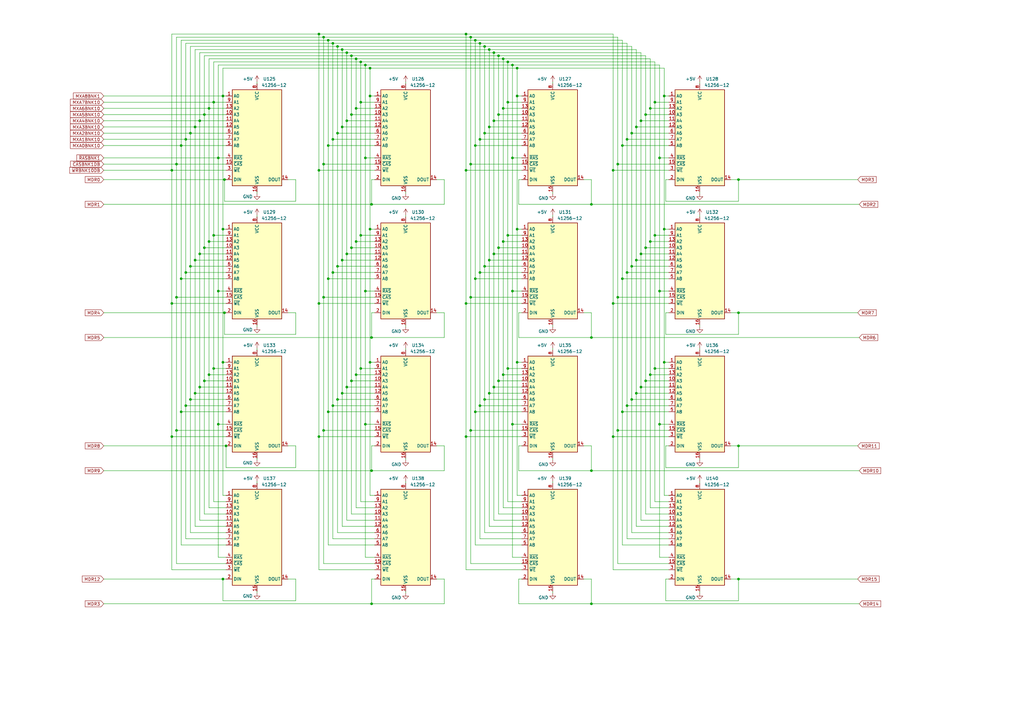
<source format=kicad_sch>
(kicad_sch (version 20211123) (generator eeschema)
  (paper "A3")
  (lib_symbols
    (symbol "power:+5V" (power) (pin_names (offset 0))
      (property "Value" "+5V" (at 0 3.556 0))
      (symbol "+5V_0_1"
        (polyline (pts (xy -0.762 1.27) (xy 0 2.54)))
        (polyline (pts (xy 0 0) (xy 0 2.54)))
        (polyline (pts (xy 0 2.54) (xy 0.762 1.27)))
      )
      (symbol "+5V_1_1"
        (pin power_in line (at 0 0 90) (length 0) hide (name "+5V") (number "1"))
      )
    )
    (symbol "power:GND" (power) (pin_names (offset 0))
      (property "Value" "GND" (at 0 -3.81 0))
      (symbol "GND_0_1"
        (polyline (pts (xy 0 0) (xy 0 -1.27) (xy 1.27 -1.27) (xy 0 -2.54) (xy -1.27 -1.27) (xy 0 -1.27)))
      )
      (symbol "GND_1_1"
        (pin power_in line (at 0 0 270) (length 0) hide (name "GND") (number "1"))
      )
    )
    (symbol "x37:41256"
      (property "Reference" "U" (at -10.16 26.035 0))
      (property "Value" "41256" (at 2.54 26.035 0))
      (symbol "41256_0_0"
        (pin power_in line (at 0 -16.51 90) (length 2.54) (name "VSS") (number "16"))
        (pin power_in line (at 0 27.94 270) (length 2.54) (name "VCC") (number "8"))
      )
      (symbol "41256_0_1"
        (rectangle (start -10.16 25.4) (end 10.16 -13.97) (stroke (width 0.254)) (fill (type background)))
      )
      (symbol "41256_1_1"
        (pin input line (at -12.7 22.86 0) (length 2.54) (name "A0") (number "1"))
        (pin input line (at -12.7 15.24 0) (length 2.54) (name "A3") (number "10"))
        (pin input line (at -12.7 12.7 0) (length 2.54) (name "A4") (number "11"))
        (pin input line (at -12.7 10.16 0) (length 2.54) (name "A5") (number "12"))
        (pin input line (at -12.7 17.78 0) (length 2.54) (name "A2") (number "13"))
        (pin tri_state line (at 12.7 -11.43 180) (length 2.54) (name "DOUT") (number "14"))
        (pin input line (at -12.7 -5.08 0) (length 2.54) (name "~{CAS}") (number "15"))
        (pin tri_state line (at -12.7 -11.43 0) (length 2.54) (name "DIN") (number "2"))
        (pin input line (at -12.7 -7.62 0) (length 2.54) (name "~{WE}") (number "3"))
        (pin input line (at -12.7 -2.54 0) (length 2.54) (name "~{RAS}") (number "4"))
        (pin input line (at -12.7 2.54 0) (length 2.54) (name "A8") (number "5"))
        (pin input line (at -12.7 7.62 0) (length 2.54) (name "A6") (number "6"))
        (pin input line (at -12.7 5.08 0) (length 2.54) (name "A7") (number "7"))
        (pin input line (at -12.7 20.32 0) (length 2.54) (name "A1") (number "9"))
      )
    )
  )
  (junction (at 147.955 151.13))
  (junction (at 191.135 124.46))
  (junction (at 151.765 27.94))
  (junction (at 202.565 21.59))
  (junction (at 130.81 124.46))
  (junction (at 194.945 168.91))
  (junction (at 70.485 69.85))
  (junction (at 251.46 179.07))
  (junction (at 134.62 168.91))
  (junction (at 89.535 173.99))
  (junction (at 200.66 106.68))
  (junction (at 151.765 93.98))
  (junction (at 144.145 156.21))
  (junction (at 83.82 156.21))
  (junction (at 78.105 109.22))
  (junction (at 253.365 176.53))
  (junction (at 193.04 67.31))
  (junction (at 260.985 106.68))
  (junction (at 146.05 153.67))
  (junction (at 130.81 179.07))
  (junction (at 136.525 57.15))
  (junction (at 147.955 96.52))
  (junction (at 146.05 99.06))
  (junction (at 193.04 15.24))
  (junction (at 74.295 59.69))
  (junction (at 85.725 44.45))
  (junction (at 72.39 67.31))
  (junction (at 262.89 49.53))
  (junction (at 87.63 151.13))
  (junction (at 212.09 148.59))
  (junction (at 264.795 46.99))
  (junction (at 134.62 114.3))
  (junction (at 259.08 54.61))
  (junction (at 146.05 24.13))
  (junction (at 270.51 173.99))
  (junction (at 130.81 69.85))
  (junction (at 191.135 69.85))
  (junction (at 208.28 41.91))
  (junction (at 270.51 64.77))
  (junction (at 91.44 148.59))
  (junction (at 210.185 26.67))
  (junction (at 206.375 153.67))
  (junction (at 70.485 124.46))
  (junction (at 87.63 96.52))
  (junction (at 144.145 101.6))
  (junction (at 138.43 54.61))
  (junction (at 266.7 99.06))
  (junction (at 200.66 52.07))
  (junction (at 76.2 57.15))
  (junction (at 202.565 158.75))
  (junction (at 76.2 111.76))
  (junction (at 72.39 121.92))
  (junction (at 194.945 114.3))
  (junction (at 149.86 26.67))
  (junction (at 266.7 44.45))
  (junction (at 259.08 163.83))
  (junction (at 242.57 247.65))
  (junction (at 253.365 121.92))
  (junction (at 196.85 57.15))
  (junction (at 208.28 151.13))
  (junction (at 206.375 44.45))
  (junction (at 257.175 111.76))
  (junction (at 200.66 161.29))
  (junction (at 76.2 166.37))
  (junction (at 212.09 39.37))
  (junction (at 208.28 96.52))
  (junction (at 262.89 104.14))
  (junction (at 242.57 138.43))
  (junction (at 262.89 158.75))
  (junction (at 204.47 156.21))
  (junction (at 194.945 59.69))
  (junction (at 204.47 101.6))
  (junction (at 151.765 39.37))
  (junction (at 92.71 182.88))
  (junction (at 85.725 99.06))
  (junction (at 91.44 93.98))
  (junction (at 70.485 179.07))
  (junction (at 198.755 19.05))
  (junction (at 81.915 158.75))
  (junction (at 302.895 128.27))
  (junction (at 138.43 109.22))
  (junction (at 149.86 119.38))
  (junction (at 200.66 20.32))
  (junction (at 142.24 104.14))
  (junction (at 212.09 93.98))
  (junction (at 136.525 111.76))
  (junction (at 204.47 22.86))
  (junction (at 142.24 49.53))
  (junction (at 78.105 163.83))
  (junction (at 204.47 46.99))
  (junction (at 140.335 106.68))
  (junction (at 272.415 93.98))
  (junction (at 132.715 176.53))
  (junction (at 264.795 156.21))
  (junction (at 80.01 106.68))
  (junction (at 196.85 166.37))
  (junction (at 138.43 163.83))
  (junction (at 80.01 161.29))
  (junction (at 140.335 20.32))
  (junction (at 196.85 111.76))
  (junction (at 134.62 59.69))
  (junction (at 210.185 173.99))
  (junction (at 242.57 83.82))
  (junction (at 132.715 67.31))
  (junction (at 81.915 49.53))
  (junction (at 74.295 168.91))
  (junction (at 198.755 163.83))
  (junction (at 251.46 69.85))
  (junction (at 130.81 13.97))
  (junction (at 194.945 16.51))
  (junction (at 259.08 109.22))
  (junction (at 264.795 101.6))
  (junction (at 149.86 64.77))
  (junction (at 202.565 49.53))
  (junction (at 147.955 25.4))
  (junction (at 81.915 104.14))
  (junction (at 191.135 13.97))
  (junction (at 144.145 46.99))
  (junction (at 132.715 15.24))
  (junction (at 206.375 99.06))
  (junction (at 152.4 138.43))
  (junction (at 196.85 17.78))
  (junction (at 257.175 57.15))
  (junction (at 198.755 109.22))
  (junction (at 253.365 67.31))
  (junction (at 255.27 114.3))
  (junction (at 92.075 128.27))
  (junction (at 208.28 25.4))
  (junction (at 83.82 46.99))
  (junction (at 152.4 83.82))
  (junction (at 302.895 182.88))
  (junction (at 260.985 52.07))
  (junction (at 191.135 179.07))
  (junction (at 206.375 24.13))
  (junction (at 140.335 52.07))
  (junction (at 136.525 166.37))
  (junction (at 266.7 153.67))
  (junction (at 193.04 121.92))
  (junction (at 255.27 168.91))
  (junction (at 85.725 153.67))
  (junction (at 257.175 166.37))
  (junction (at 202.565 104.14))
  (junction (at 132.715 121.92))
  (junction (at 251.46 124.46))
  (junction (at 272.415 148.59))
  (junction (at 89.535 119.38))
  (junction (at 146.05 44.45))
  (junction (at 260.985 161.29))
  (junction (at 255.27 59.69))
  (junction (at 134.62 16.51))
  (junction (at 210.185 119.38))
  (junction (at 78.105 54.61))
  (junction (at 74.295 114.3))
  (junction (at 92.075 73.66))
  (junction (at 136.525 17.78))
  (junction (at 210.185 64.77))
  (junction (at 268.605 151.13))
  (junction (at 138.43 19.05))
  (junction (at 302.895 237.49))
  (junction (at 272.415 39.37))
  (junction (at 147.955 41.91))
  (junction (at 80.01 52.07))
  (junction (at 268.605 96.52))
  (junction (at 212.09 27.94))
  (junction (at 151.765 148.59))
  (junction (at 140.335 161.29))
  (junction (at 91.44 237.49))
  (junction (at 144.145 22.86))
  (junction (at 142.24 158.75))
  (junction (at 83.82 101.6))
  (junction (at 142.24 21.59))
  (junction (at 152.4 247.65))
  (junction (at 270.51 119.38))
  (junction (at 193.04 176.53))
  (junction (at 91.44 39.37))
  (junction (at 87.63 41.91))
  (junction (at 198.755 54.61))
  (junction (at 152.4 193.04))
  (junction (at 302.895 73.66))
  (junction (at 89.535 64.77))
  (junction (at 149.86 173.99))
  (junction (at 242.57 193.04))
  (junction (at 72.39 176.53))
  (junction (at 268.605 41.91))
  (wire (pts (xy 91.44 148.59) (xy 92.71 148.59)))
  (wire (pts (xy 212.725 247.65) (xy 242.57 247.65)))
  (wire (pts (xy 140.335 52.07) (xy 140.335 106.68)))
  (wire (pts (xy 153.67 67.31) (xy 132.715 67.31)))
  (wire (pts (xy 91.44 148.59) (xy 91.44 203.2)))
  (wire (pts (xy 204.47 46.99) (xy 204.47 101.6)))
  (wire (pts (xy 266.7 153.67) (xy 266.7 208.28)))
  (wire (pts (xy 242.57 128.27) (xy 239.395 128.27)))
  (wire (pts (xy 70.485 179.07) (xy 70.485 124.46)))
  (wire (pts (xy 204.47 156.21) (xy 204.47 210.82)))
  (wire (pts (xy 274.32 228.6) (xy 270.51 228.6)))
  (wire (pts (xy 200.66 161.29) (xy 200.66 215.9)))
  (wire (pts (xy 193.04 67.31) (xy 193.04 15.24)))
  (wire (pts (xy 226.695 33.655) (xy 226.695 34.29)))
  (wire (pts (xy 268.605 151.13) (xy 268.605 205.74)))
  (wire (pts (xy 260.985 106.68) (xy 260.985 161.29)))
  (wire (pts (xy 147.955 151.13) (xy 153.67 151.13)))
  (wire (pts (xy 206.375 24.13) (xy 266.7 24.13)))
  (wire (pts (xy 105.41 33.655) (xy 105.41 34.29)))
  (wire (pts (xy 105.41 142.875) (xy 105.41 143.51)))
  (wire (pts (xy 182.245 182.88) (xy 182.245 193.04)))
  (wire (pts (xy 253.365 67.31) (xy 253.365 121.92)))
  (wire (pts (xy 194.945 16.51) (xy 255.27 16.51)))
  (wire (pts (xy 213.995 64.77) (xy 210.185 64.77)))
  (wire (pts (xy 200.66 161.29) (xy 213.995 161.29)))
  (wire (pts (xy 91.44 27.94) (xy 151.765 27.94)))
  (wire (pts (xy 212.725 193.04) (xy 242.57 193.04)))
  (wire (pts (xy 302.895 73.66) (xy 299.72 73.66)))
  (wire (pts (xy 204.47 101.6) (xy 213.995 101.6)))
  (wire (pts (xy 166.37 33.655) (xy 166.37 34.29)))
  (wire (pts (xy 274.32 39.37) (xy 272.415 39.37)))
  (wire (pts (xy 210.185 119.38) (xy 210.185 173.99)))
  (wire (pts (xy 121.285 191.77) (xy 121.285 182.88)))
  (wire (pts (xy 91.44 93.98) (xy 91.44 148.59)))
  (wire (pts (xy 72.39 67.31) (xy 72.39 15.24)))
  (wire (pts (xy 78.105 218.44) (xy 92.71 218.44)))
  (wire (pts (xy 151.765 148.59) (xy 151.765 203.2)))
  (wire (pts (xy 274.32 153.67) (xy 266.7 153.67)))
  (wire (pts (xy 121.285 182.88) (xy 118.11 182.88)))
  (wire (pts (xy 266.7 99.06) (xy 266.7 153.67)))
  (wire (pts (xy 153.67 231.14) (xy 132.715 231.14)))
  (wire (pts (xy 274.32 109.22) (xy 259.08 109.22)))
  (wire (pts (xy 85.725 153.67) (xy 85.725 208.28)))
  (wire (pts (xy 153.67 44.45) (xy 146.05 44.45)))
  (wire (pts (xy 268.605 41.91) (xy 268.605 96.52)))
  (wire (pts (xy 270.51 64.77) (xy 270.51 26.67)))
  (wire (pts (xy 105.41 78.74) (xy 105.41 79.375)))
  (wire (pts (xy 193.04 67.31) (xy 193.04 121.92)))
  (wire (pts (xy 91.44 246.38) (xy 121.285 246.38)))
  (wire (pts (xy 260.985 161.29) (xy 274.32 161.29)))
  (wire (pts (xy 226.695 187.96) (xy 226.695 188.595)))
  (wire (pts (xy 92.075 128.27) (xy 92.71 128.27)))
  (wire (pts (xy 70.485 233.68) (xy 92.71 233.68)))
  (wire (pts (xy 287.02 187.96) (xy 287.02 188.595)))
  (wire (pts (xy 153.67 237.49) (xy 152.4 237.49)))
  (wire (pts (xy 166.37 142.875) (xy 166.37 143.51)))
  (wire (pts (xy 140.335 161.29) (xy 140.335 215.9)))
  (wire (pts (xy 255.27 168.91) (xy 255.27 223.52)))
  (wire (pts (xy 72.39 231.14) (xy 92.71 231.14)))
  (wire (pts (xy 212.09 39.37) (xy 212.09 27.94)))
  (wire (pts (xy 92.71 182.88) (xy 92.71 191.77)))
  (wire (pts (xy 212.09 93.98) (xy 212.09 148.59)))
  (wire (pts (xy 274.32 114.3) (xy 255.27 114.3)))
  (wire (pts (xy 136.525 17.78) (xy 196.85 17.78)))
  (wire (pts (xy 138.43 109.22) (xy 138.43 163.83)))
  (wire (pts (xy 76.2 220.98) (xy 92.71 220.98)))
  (wire (pts (xy 72.39 121.92) (xy 72.39 176.53)))
  (wire (pts (xy 274.32 182.88) (xy 273.05 182.88)))
  (wire (pts (xy 264.795 156.21) (xy 274.32 156.21)))
  (wire (pts (xy 204.47 22.86) (xy 264.795 22.86)))
  (wire (pts (xy 130.81 179.07) (xy 153.67 179.07)))
  (wire (pts (xy 146.05 44.45) (xy 146.05 99.06)))
  (wire (pts (xy 153.67 121.92) (xy 132.715 121.92)))
  (wire (pts (xy 255.27 59.69) (xy 255.27 16.51)))
  (wire (pts (xy 74.295 114.3) (xy 92.71 114.3)))
  (wire (pts (xy 78.105 54.61) (xy 78.105 19.05)))
  (wire (pts (xy 202.565 21.59) (xy 262.89 21.59)))
  (wire (pts (xy 81.915 213.36) (xy 92.71 213.36)))
  (wire (pts (xy 121.285 237.49) (xy 118.11 237.49)))
  (wire (pts (xy 274.32 218.44) (xy 259.08 218.44)))
  (wire (pts (xy 92.075 137.16) (xy 121.285 137.16)))
  (wire (pts (xy 136.525 17.78) (xy 136.525 57.15)))
  (wire (pts (xy 287.02 197.485) (xy 287.02 198.12)))
  (wire (pts (xy 74.295 168.91) (xy 74.295 223.52)))
  (wire (pts (xy 273.05 128.27) (xy 273.05 137.16)))
  (wire (pts (xy 213.995 128.27) (xy 212.725 128.27)))
  (wire (pts (xy 153.67 119.38) (xy 149.86 119.38)))
  (wire (pts (xy 352.425 83.82) (xy 242.57 83.82)))
  (wire (pts (xy 144.145 210.82) (xy 153.67 210.82)))
  (wire (pts (xy 202.565 49.53) (xy 202.565 104.14)))
  (wire (pts (xy 70.485 69.85) (xy 92.71 69.85)))
  (wire (pts (xy 153.67 104.14) (xy 142.24 104.14)))
  (wire (pts (xy 212.725 73.66) (xy 212.725 83.82)))
  (wire (pts (xy 136.525 57.15) (xy 153.67 57.15)))
  (wire (pts (xy 83.82 46.99) (xy 83.82 101.6)))
  (wire (pts (xy 74.295 223.52) (xy 92.71 223.52)))
  (wire (pts (xy 121.285 82.55) (xy 121.285 73.66)))
  (wire (pts (xy 191.135 124.46) (xy 213.995 124.46)))
  (wire (pts (xy 152.4 83.82) (xy 182.245 83.82)))
  (wire (pts (xy 153.67 182.88) (xy 152.4 182.88)))
  (wire (pts (xy 80.01 20.32) (xy 140.335 20.32)))
  (wire (pts (xy 182.245 182.88) (xy 179.07 182.88)))
  (wire (pts (xy 213.995 54.61) (xy 198.755 54.61)))
  (wire (pts (xy 42.545 41.91) (xy 87.63 41.91)))
  (wire (pts (xy 144.145 156.21) (xy 153.67 156.21)))
  (wire (pts (xy 212.09 148.59) (xy 212.09 203.2)))
  (wire (pts (xy 80.01 161.29) (xy 92.71 161.29)))
  (wire (pts (xy 89.535 173.99) (xy 89.535 228.6)))
  (wire (pts (xy 200.66 52.07) (xy 213.995 52.07)))
  (wire (pts (xy 142.24 49.53) (xy 142.24 21.59)))
  (wire (pts (xy 351.79 73.66) (xy 302.895 73.66)))
  (wire (pts (xy 194.945 59.69) (xy 194.945 16.51)))
  (wire (pts (xy 268.605 25.4) (xy 268.605 41.91)))
  (wire (pts (xy 262.89 104.14) (xy 262.89 158.75)))
  (wire (pts (xy 251.46 13.97) (xy 251.46 69.85)))
  (wire (pts (xy 138.43 54.61) (xy 138.43 109.22)))
  (wire (pts (xy 253.365 121.92) (xy 253.365 176.53)))
  (wire (pts (xy 83.82 210.82) (xy 92.71 210.82)))
  (wire (pts (xy 274.32 64.77) (xy 270.51 64.77)))
  (wire (pts (xy 259.08 109.22) (xy 259.08 163.83)))
  (wire (pts (xy 153.67 39.37) (xy 151.765 39.37)))
  (wire (pts (xy 255.27 114.3) (xy 255.27 168.91)))
  (wire (pts (xy 287.02 242.57) (xy 287.02 243.205)))
  (wire (pts (xy 206.375 44.45) (xy 206.375 99.06)))
  (wire (pts (xy 153.67 208.28) (xy 146.05 208.28)))
  (wire (pts (xy 153.67 73.66) (xy 152.4 73.66)))
  (wire (pts (xy 196.85 111.76) (xy 213.995 111.76)))
  (wire (pts (xy 76.2 17.78) (xy 136.525 17.78)))
  (wire (pts (xy 130.81 233.68) (xy 153.67 233.68)))
  (wire (pts (xy 213.995 218.44) (xy 198.755 218.44)))
  (wire (pts (xy 266.7 44.45) (xy 266.7 99.06)))
  (wire (pts (xy 72.39 176.53) (xy 92.71 176.53)))
  (wire (pts (xy 153.67 203.2) (xy 151.765 203.2)))
  (wire (pts (xy 81.915 49.53) (xy 81.915 104.14)))
  (wire (pts (xy 257.175 111.76) (xy 274.32 111.76)))
  (wire (pts (xy 196.85 111.76) (xy 196.85 166.37)))
  (wire (pts (xy 260.985 106.68) (xy 274.32 106.68)))
  (wire (pts (xy 87.63 41.91) (xy 92.71 41.91)))
  (wire (pts (xy 85.725 24.13) (xy 85.725 44.45)))
  (wire (pts (xy 273.05 191.77) (xy 302.895 191.77)))
  (wire (pts (xy 74.295 59.69) (xy 74.295 114.3)))
  (wire (pts (xy 208.28 151.13) (xy 213.995 151.13)))
  (wire (pts (xy 257.175 111.76) (xy 257.175 166.37)))
  (wire (pts (xy 83.82 156.21) (xy 83.82 210.82)))
  (wire (pts (xy 196.85 220.98) (xy 213.995 220.98)))
  (wire (pts (xy 242.57 73.66) (xy 239.395 73.66)))
  (wire (pts (xy 213.995 228.6) (xy 210.185 228.6)))
  (wire (pts (xy 242.57 182.88) (xy 242.57 193.04)))
  (wire (pts (xy 352.425 138.43) (xy 242.57 138.43)))
  (wire (pts (xy 130.81 69.85) (xy 153.67 69.85)))
  (wire (pts (xy 200.66 106.68) (xy 200.66 161.29)))
  (wire (pts (xy 42.545 59.69) (xy 74.295 59.69)))
  (wire (pts (xy 302.895 137.16) (xy 302.895 128.27)))
  (wire (pts (xy 202.565 104.14) (xy 202.565 158.75)))
  (wire (pts (xy 80.01 106.68) (xy 92.71 106.68)))
  (wire (pts (xy 251.46 69.85) (xy 251.46 124.46)))
  (wire (pts (xy 206.375 44.45) (xy 206.375 24.13)))
  (wire (pts (xy 274.32 213.36) (xy 262.89 213.36)))
  (wire (pts (xy 80.01 106.68) (xy 80.01 161.29)))
  (wire (pts (xy 121.285 246.38) (xy 121.285 237.49)))
  (wire (pts (xy 42.545 67.31) (xy 72.39 67.31)))
  (wire (pts (xy 213.995 148.59) (xy 212.09 148.59)))
  (wire (pts (xy 268.605 151.13) (xy 274.32 151.13)))
  (wire (pts (xy 147.955 151.13) (xy 147.955 205.74)))
  (wire (pts (xy 182.245 73.66) (xy 182.245 83.82)))
  (wire (pts (xy 302.895 128.27) (xy 299.72 128.27)))
  (wire (pts (xy 92.075 82.55) (xy 121.285 82.55)))
  (wire (pts (xy 70.485 124.46) (xy 70.485 69.85)))
  (wire (pts (xy 251.46 233.68) (xy 274.32 233.68)))
  (wire (pts (xy 191.135 233.68) (xy 213.995 233.68)))
  (wire (pts (xy 302.895 246.38) (xy 302.895 237.49)))
  (wire (pts (xy 272.415 148.59) (xy 272.415 203.2)))
  (wire (pts (xy 153.67 176.53) (xy 132.715 176.53)))
  (wire (pts (xy 213.995 158.75) (xy 202.565 158.75)))
  (wire (pts (xy 274.32 231.14) (xy 253.365 231.14)))
  (wire (pts (xy 80.01 161.29) (xy 80.01 215.9)))
  (wire (pts (xy 78.105 163.83) (xy 92.71 163.83)))
  (wire (pts (xy 251.46 179.07) (xy 274.32 179.07)))
  (wire (pts (xy 92.075 73.66) (xy 92.075 82.55)))
  (wire (pts (xy 142.24 104.14) (xy 142.24 158.75)))
  (wire (pts (xy 257.175 166.37) (xy 257.175 220.98)))
  (wire (pts (xy 270.51 173.99) (xy 270.51 228.6)))
  (wire (pts (xy 153.67 114.3) (xy 134.62 114.3)))
  (wire (pts (xy 274.32 119.38) (xy 270.51 119.38)))
  (wire (pts (xy 274.32 128.27) (xy 273.05 128.27)))
  (wire (pts (xy 136.525 166.37) (xy 136.525 220.98)))
  (wire (pts (xy 264.795 22.86) (xy 264.795 46.99)))
  (wire (pts (xy 191.135 69.85) (xy 191.135 124.46)))
  (wire (pts (xy 85.725 208.28) (xy 92.71 208.28)))
  (wire (pts (xy 85.725 44.45) (xy 92.71 44.45)))
  (wire (pts (xy 206.375 153.67) (xy 206.375 208.28)))
  (wire (pts (xy 287.02 33.655) (xy 287.02 34.29)))
  (wire (pts (xy 208.28 25.4) (xy 268.605 25.4)))
  (wire (pts (xy 91.44 93.98) (xy 92.71 93.98)))
  (wire (pts (xy 287.02 78.74) (xy 287.02 79.375)))
  (wire (pts (xy 153.67 218.44) (xy 138.43 218.44)))
  (wire (pts (xy 87.63 151.13) (xy 87.63 205.74)))
  (wire (pts (xy 42.545 64.77) (xy 89.535 64.77)))
  (wire (pts (xy 136.525 57.15) (xy 136.525 111.76)))
  (wire (pts (xy 87.63 151.13) (xy 92.71 151.13)))
  (wire (pts (xy 274.32 148.59) (xy 272.415 148.59)))
  (wire (pts (xy 42.545 73.66) (xy 92.075 73.66)))
  (wire (pts (xy 92.71 191.77) (xy 121.285 191.77)))
  (wire (pts (xy 130.81 13.97) (xy 130.81 69.85)))
  (wire (pts (xy 105.41 242.57) (xy 105.41 243.205)))
  (wire (pts (xy 226.695 133.35) (xy 226.695 133.985)))
  (wire (pts (xy 89.535 173.99) (xy 92.71 173.99)))
  (wire (pts (xy 76.2 57.15) (xy 76.2 111.76)))
  (wire (pts (xy 212.09 39.37) (xy 212.09 93.98)))
  (wire (pts (xy 273.05 246.38) (xy 302.895 246.38)))
  (wire (pts (xy 132.715 176.53) (xy 132.715 231.14)))
  (wire (pts (xy 152.4 138.43) (xy 182.245 138.43)))
  (wire (pts (xy 208.28 41.91) (xy 213.995 41.91)))
  (wire (pts (xy 270.51 119.38) (xy 270.51 173.99)))
  (wire (pts (xy 121.285 73.66) (xy 118.11 73.66)))
  (wire (pts (xy 255.27 59.69) (xy 255.27 114.3)))
  (wire (pts (xy 259.08 19.05) (xy 198.755 19.05)))
  (wire (pts (xy 196.85 166.37) (xy 213.995 166.37)))
  (wire (pts (xy 274.32 237.49) (xy 273.05 237.49)))
  (wire (pts (xy 76.2 17.78) (xy 76.2 57.15)))
  (wire (pts (xy 251.46 69.85) (xy 274.32 69.85)))
  (wire (pts (xy 302.895 182.88) (xy 299.72 182.88)))
  (wire (pts (xy 191.135 124.46) (xy 191.135 179.07)))
  (wire (pts (xy 153.67 153.67) (xy 146.05 153.67)))
  (wire (pts (xy 194.945 114.3) (xy 194.945 168.91)))
  (wire (pts (xy 152.4 193.04) (xy 182.245 193.04)))
  (wire (pts (xy 272.415 39.37) (xy 272.415 93.98)))
  (wire (pts (xy 274.32 93.98) (xy 272.415 93.98)))
  (wire (pts (xy 242.57 237.49) (xy 242.57 247.65)))
  (wire (pts (xy 92.075 73.66) (xy 92.71 73.66)))
  (wire (pts (xy 151.765 39.37) (xy 151.765 93.98)))
  (wire (pts (xy 274.32 208.28) (xy 266.7 208.28)))
  (wire (pts (xy 253.365 67.31) (xy 253.365 15.24)))
  (wire (pts (xy 153.67 173.99) (xy 149.86 173.99)))
  (wire (pts (xy 147.955 96.52) (xy 147.955 151.13)))
  (wire (pts (xy 259.08 54.61) (xy 259.08 109.22)))
  (wire (pts (xy 132.715 67.31) (xy 132.715 15.24)))
  (wire (pts (xy 85.725 99.06) (xy 85.725 153.67)))
  (wire (pts (xy 208.28 96.52) (xy 213.995 96.52)))
  (wire (pts (xy 212.725 138.43) (xy 242.57 138.43)))
  (wire (pts (xy 144.145 22.86) (xy 204.47 22.86)))
  (wire (pts (xy 147.955 41.91) (xy 153.67 41.91)))
  (wire (pts (xy 200.66 52.07) (xy 200.66 106.68)))
  (wire (pts (xy 351.79 128.27) (xy 302.895 128.27)))
  (wire (pts (xy 153.67 99.06) (xy 146.05 99.06)))
  (wire (pts (xy 242.57 237.49) (xy 239.395 237.49)))
  (wire (pts (xy 262.89 21.59) (xy 262.89 49.53)))
  (wire (pts (xy 153.67 128.27) (xy 152.4 128.27)))
  (wire (pts (xy 42.545 69.85) (xy 70.485 69.85)))
  (wire (pts (xy 130.81 124.46) (xy 153.67 124.46)))
  (wire (pts (xy 70.485 124.46) (xy 92.71 124.46)))
  (wire (pts (xy 196.85 57.15) (xy 213.995 57.15)))
  (wire (pts (xy 273.05 237.49) (xy 273.05 246.38)))
  (wire (pts (xy 87.63 41.91) (xy 87.63 25.4)))
  (wire (pts (xy 213.995 49.53) (xy 202.565 49.53)))
  (wire (pts (xy 153.67 158.75) (xy 142.24 158.75)))
  (wire (pts (xy 274.32 73.66) (xy 273.05 73.66)))
  (wire (pts (xy 287.02 142.875) (xy 287.02 143.51)))
  (wire (pts (xy 182.245 128.27) (xy 182.245 138.43)))
  (wire (pts (xy 83.82 22.86) (xy 144.145 22.86)))
  (wire (pts (xy 191.135 69.85) (xy 213.995 69.85)))
  (wire (pts (xy 91.44 237.49) (xy 91.44 246.38)))
  (wire (pts (xy 140.335 161.29) (xy 153.67 161.29)))
  (wire (pts (xy 83.82 156.21) (xy 92.71 156.21)))
  (wire (pts (xy 153.67 163.83) (xy 138.43 163.83)))
  (wire (pts (xy 287.02 88.265) (xy 287.02 88.9)))
  (wire (pts (xy 89.535 26.67) (xy 89.535 64.77)))
  (wire (pts (xy 264.795 46.99) (xy 264.795 101.6)))
  (wire (pts (xy 76.2 166.37) (xy 92.71 166.37)))
  (wire (pts (xy 198.755 54.61) (xy 198.755 109.22)))
  (wire (pts (xy 212.725 83.82) (xy 242.57 83.82)))
  (wire (pts (xy 166.37 133.35) (xy 166.37 133.985)))
  (wire (pts (xy 274.32 44.45) (xy 266.7 44.45)))
  (wire (pts (xy 81.915 158.75) (xy 92.71 158.75)))
  (wire (pts (xy 146.05 24.13) (xy 206.375 24.13)))
  (wire (pts (xy 255.27 59.69) (xy 274.32 59.69)))
  (wire (pts (xy 257.175 57.15) (xy 274.32 57.15)))
  (wire (pts (xy 196.85 17.78) (xy 257.175 17.78)))
  (wire (pts (xy 213.995 168.91) (xy 194.945 168.91)))
  (wire (pts (xy 226.695 88.265) (xy 226.695 88.9)))
  (wire (pts (xy 200.66 215.9) (xy 213.995 215.9)))
  (wire (pts (xy 83.82 22.86) (xy 83.82 46.99)))
  (wire (pts (xy 213.995 114.3) (xy 194.945 114.3)))
  (wire (pts (xy 144.145 101.6) (xy 153.67 101.6)))
  (wire (pts (xy 140.335 215.9) (xy 153.67 215.9)))
  (wire (pts (xy 213.995 213.36) (xy 202.565 213.36)))
  (wire (pts (xy 136.525 220.98) (xy 153.67 220.98)))
  (wire (pts (xy 42.545 247.65) (xy 152.4 247.65)))
  (wire (pts (xy 147.955 25.4) (xy 147.955 41.91)))
  (wire (pts (xy 153.67 93.98) (xy 151.765 93.98)))
  (wire (pts (xy 242.57 182.88) (xy 239.395 182.88)))
  (wire (pts (xy 210.185 64.77) (xy 210.185 26.67)))
  (wire (pts (xy 274.32 168.91) (xy 255.27 168.91)))
  (wire (pts (xy 149.86 64.77) (xy 149.86 26.67)))
  (wire (pts (xy 257.175 220.98) (xy 274.32 220.98)))
  (wire (pts (xy 270.51 64.77) (xy 270.51 119.38)))
  (wire (pts (xy 81.915 104.14) (xy 81.915 158.75)))
  (wire (pts (xy 213.995 176.53) (xy 193.04 176.53)))
  (wire (pts (xy 83.82 101.6) (xy 92.71 101.6)))
  (wire (pts (xy 89.535 64.77) (xy 92.71 64.77)))
  (wire (pts (xy 147.955 96.52) (xy 153.67 96.52)))
  (wire (pts (xy 138.43 163.83) (xy 138.43 218.44)))
  (wire (pts (xy 105.41 88.265) (xy 105.41 88.9)))
  (wire (pts (xy 87.63 96.52) (xy 87.63 151.13)))
  (wire (pts (xy 302.895 191.77) (xy 302.895 182.88)))
  (wire (pts (xy 210.185 26.67) (xy 149.86 26.67)))
  (wire (pts (xy 259.08 163.83) (xy 259.08 218.44)))
  (wire (pts (xy 198.755 54.61) (xy 198.755 19.05)))
  (wire (pts (xy 273.05 137.16) (xy 302.895 137.16)))
  (wire (pts (xy 212.725 237.49) (xy 212.725 247.65)))
  (wire (pts (xy 144.145 101.6) (xy 144.145 156.21)))
  (wire (pts (xy 206.375 99.06) (xy 206.375 153.67)))
  (wire (pts (xy 147.955 41.91) (xy 147.955 96.52)))
  (wire (pts (xy 42.545 39.37) (xy 91.44 39.37)))
  (wire (pts (xy 42.545 44.45) (xy 85.725 44.45)))
  (wire (pts (xy 149.86 119.38) (xy 149.86 173.99)))
  (wire (pts (xy 136.525 111.76) (xy 153.67 111.76)))
  (wire (pts (xy 213.995 73.66) (xy 212.725 73.66)))
  (wire (pts (xy 200.66 106.68) (xy 213.995 106.68)))
  (wire (pts (xy 42.545 193.04) (xy 152.4 193.04)))
  (wire (pts (xy 272.415 93.98) (xy 272.415 148.59)))
  (wire (pts (xy 166.37 78.74) (xy 166.37 79.375)))
  (wire (pts (xy 153.67 59.69) (xy 134.62 59.69)))
  (wire (pts (xy 242.57 128.27) (xy 242.57 138.43)))
  (wire (pts (xy 200.66 20.32) (xy 200.66 52.07)))
  (wire (pts (xy 287.02 133.35) (xy 287.02 133.985)))
  (wire (pts (xy 76.2 111.76) (xy 76.2 166.37)))
  (wire (pts (xy 200.66 20.32) (xy 260.985 20.32)))
  (wire (pts (xy 166.37 197.485) (xy 166.37 198.12)))
  (wire (pts (xy 70.485 179.07) (xy 92.71 179.07)))
  (wire (pts (xy 105.41 133.35) (xy 105.41 133.985)))
  (wire (pts (xy 87.63 41.91) (xy 87.63 96.52)))
  (wire (pts (xy 76.2 166.37) (xy 76.2 220.98)))
  (wire (pts (xy 182.245 73.66) (xy 179.07 73.66)))
  (wire (pts (xy 140.335 20.32) (xy 140.335 52.07)))
  (wire (pts (xy 132.715 121.92) (xy 132.715 176.53)))
  (wire (pts (xy 208.28 25.4) (xy 208.28 41.91)))
  (wire (pts (xy 264.795 46.99) (xy 274.32 46.99)))
  (wire (pts (xy 140.335 106.68) (xy 153.67 106.68)))
  (wire (pts (xy 134.62 168.91) (xy 134.62 223.52)))
  (wire (pts (xy 72.39 67.31) (xy 92.71 67.31)))
  (wire (pts (xy 152.4 73.66) (xy 152.4 83.82)))
  (wire (pts (xy 251.46 124.46) (xy 274.32 124.46)))
  (wire (pts (xy 264.795 101.6) (xy 264.795 156.21)))
  (wire (pts (xy 257.175 17.78) (xy 257.175 57.15)))
  (wire (pts (xy 274.32 163.83) (xy 259.08 163.83)))
  (wire (pts (xy 193.04 15.24) (xy 253.365 15.24)))
  (wire (pts (xy 70.485 13.97) (xy 130.81 13.97)))
  (wire (pts (xy 152.4 247.65) (xy 182.245 247.65)))
  (wire (pts (xy 153.67 49.53) (xy 142.24 49.53)))
  (wire (pts (xy 264.795 156.21) (xy 264.795 210.82)))
  (wire (pts (xy 204.47 101.6) (xy 204.47 156.21)))
  (wire (pts (xy 204.47 46.99) (xy 213.995 46.99)))
  (wire (pts (xy 264.795 210.82) (xy 274.32 210.82)))
  (wire (pts (xy 80.01 215.9) (xy 92.71 215.9)))
  (wire (pts (xy 194.945 168.91) (xy 194.945 223.52)))
  (wire (pts (xy 80.01 20.32) (xy 80.01 52.07)))
  (wire (pts (xy 351.79 237.49) (xy 302.895 237.49)))
  (wire (pts (xy 76.2 57.15) (xy 92.71 57.15)))
  (wire (pts (xy 274.32 54.61) (xy 259.08 54.61)))
  (wire (pts (xy 87.63 205.74) (xy 92.71 205.74)))
  (wire (pts (xy 210.185 173.99) (xy 210.185 228.6)))
  (wire (pts (xy 212.09 27.94) (xy 272.415 27.94)))
  (wire (pts (xy 274.32 67.31) (xy 253.365 67.31)))
  (wire (pts (xy 274.32 176.53) (xy 253.365 176.53)))
  (wire (pts (xy 202.565 49.53) (xy 202.565 21.59)))
  (wire (pts (xy 76.2 111.76) (xy 92.71 111.76)))
  (wire (pts (xy 130.81 13.97) (xy 191.135 13.97)))
  (wire (pts (xy 92.075 128.27) (xy 92.075 137.16)))
  (wire (pts (xy 198.755 19.05) (xy 138.43 19.05)))
  (wire (pts (xy 257.175 166.37) (xy 274.32 166.37)))
  (wire (pts (xy 166.37 242.57) (xy 166.37 243.205)))
  (wire (pts (xy 213.995 67.31) (xy 193.04 67.31)))
  (wire (pts (xy 198.755 163.83) (xy 198.755 218.44)))
  (wire (pts (xy 89.535 64.77) (xy 89.535 119.38)))
  (wire (pts (xy 81.915 49.53) (xy 81.915 21.59)))
  (wire (pts (xy 144.145 156.21) (xy 144.145 210.82)))
  (wire (pts (xy 74.295 59.69) (xy 74.295 16.51)))
  (wire (pts (xy 83.82 101.6) (xy 83.82 156.21)))
  (wire (pts (xy 257.175 57.15) (xy 257.175 111.76)))
  (wire (pts (xy 134.62 114.3) (xy 134.62 168.91)))
  (wire (pts (xy 42.545 49.53) (xy 81.915 49.53)))
  (wire (pts (xy 134.62 16.51) (xy 194.945 16.51)))
  (wire (pts (xy 146.05 153.67) (xy 146.05 208.28)))
  (wire (pts (xy 274.32 104.14) (xy 262.89 104.14)))
  (wire (pts (xy 42.545 138.43) (xy 152.4 138.43)))
  (wire (pts (xy 42.545 54.61) (xy 78.105 54.61)))
  (wire (pts (xy 153.67 223.52) (xy 134.62 223.52)))
  (wire (pts (xy 202.565 158.75) (xy 202.565 213.36)))
  (wire (pts (xy 85.725 24.13) (xy 146.05 24.13)))
  (wire (pts (xy 151.765 39.37) (xy 151.765 27.94)))
  (wire (pts (xy 149.86 64.77) (xy 149.86 119.38)))
  (wire (pts (xy 274.32 223.52) (xy 255.27 223.52)))
  (wire (pts (xy 42.545 83.82) (xy 152.4 83.82)))
  (wire (pts (xy 208.28 41.91) (xy 208.28 96.52)))
  (wire (pts (xy 182.245 237.49) (xy 179.07 237.49)))
  (wire (pts (xy 210.185 64.77) (xy 210.185 119.38)))
  (wire (pts (xy 105.41 197.485) (xy 105.41 198.12)))
  (wire (pts (xy 138.43 54.61) (xy 138.43 19.05)))
  (wire (pts (xy 166.37 88.265) (xy 166.37 88.9)))
  (wire (pts (xy 213.995 182.88) (xy 212.725 182.88)))
  (wire (pts (xy 142.24 158.75) (xy 142.24 213.36)))
  (wire (pts (xy 78.105 109.22) (xy 92.71 109.22)))
  (wire (pts (xy 147.955 205.74) (xy 153.67 205.74)))
  (wire (pts (xy 268.605 41.91) (xy 274.32 41.91)))
  (wire (pts (xy 70.485 233.68) (xy 70.485 179.07)))
  (wire (pts (xy 260.985 52.07) (xy 274.32 52.07)))
  (wire (pts (xy 72.39 67.31) (xy 72.39 121.92)))
  (wire (pts (xy 121.285 128.27) (xy 118.11 128.27)))
  (wire (pts (xy 213.995 93.98) (xy 212.09 93.98)))
  (wire (pts (xy 87.63 25.4) (xy 147.955 25.4)))
  (wire (pts (xy 226.695 142.875) (xy 226.695 143.51)))
  (wire (pts (xy 85.725 99.06) (xy 92.71 99.06)))
  (wire (pts (xy 121.285 137.16) (xy 121.285 128.27)))
  (wire (pts (xy 70.485 13.97) (xy 70.485 69.85)))
  (wire (pts (xy 182.245 128.27) (xy 179.07 128.27)))
  (wire (pts (xy 213.995 99.06) (xy 206.375 99.06)))
  (wire (pts (xy 78.105 54.61) (xy 78.105 109.22)))
  (wire (pts (xy 208.28 151.13) (xy 208.28 205.74)))
  (wire (pts (xy 87.63 96.52) (xy 92.71 96.52)))
  (wire (pts (xy 262.89 158.75) (xy 262.89 213.36)))
  (wire (pts (xy 226.695 242.57) (xy 226.695 243.205)))
  (wire (pts (xy 91.44 39.37) (xy 91.44 27.94)))
  (wire (pts (xy 273.05 182.88) (xy 273.05 191.77)))
  (wire (pts (xy 260.985 52.07) (xy 260.985 106.68)))
  (wire (pts (xy 80.01 52.07) (xy 92.71 52.07)))
  (wire (pts (xy 274.32 173.99) (xy 270.51 173.99)))
  (wire (pts (xy 226.695 197.485) (xy 226.695 198.12)))
  (wire (pts (xy 204.47 210.82) (xy 213.995 210.82)))
  (wire (pts (xy 146.05 44.45) (xy 146.05 24.13)))
  (wire (pts (xy 213.995 223.52) (xy 194.945 223.52)))
  (wire (pts (xy 130.81 124.46) (xy 130.81 179.07)))
  (wire (pts (xy 80.01 52.07) (xy 80.01 106.68)))
  (wire (pts (xy 259.08 54.61) (xy 259.08 19.05)))
  (wire (pts (xy 213.995 237.49) (xy 212.725 237.49)))
  (wire (pts (xy 193.04 176.53) (xy 193.04 231.14)))
  (wire (pts (xy 274.32 158.75) (xy 262.89 158.75)))
  (wire (pts (xy 78.105 54.61) (xy 92.71 54.61)))
  (wire (pts (xy 166.37 187.96) (xy 166.37 188.595)))
  (wire (pts (xy 213.995 104.14) (xy 202.565 104.14)))
  (wire (pts (xy 81.915 104.14) (xy 92.71 104.14)))
  (wire (pts (xy 142.24 21.59) (xy 202.565 21.59)))
  (wire (pts (xy 352.425 247.65) (xy 242.57 247.65)))
  (wire (pts (xy 213.995 163.83) (xy 198.755 163.83)))
  (wire (pts (xy 146.05 99.06) (xy 146.05 153.67)))
  (wire (pts (xy 251.46 124.46) (xy 251.46 179.07)))
  (wire (pts (xy 42.545 46.99) (xy 83.82 46.99)))
  (wire (pts (xy 74.295 114.3) (xy 74.295 168.91)))
  (wire (pts (xy 152.4 182.88) (xy 152.4 193.04)))
  (wire (pts (xy 352.425 193.04) (xy 242.57 193.04)))
  (wire (pts (xy 42.545 128.27) (xy 92.075 128.27)))
  (wire (pts (xy 196.85 17.78) (xy 196.85 57.15)))
  (wire (pts (xy 147.955 25.4) (xy 208.28 25.4)))
  (wire (pts (xy 105.41 187.96) (xy 105.41 188.595)))
  (wire (pts (xy 91.44 237.49) (xy 92.71 237.49)))
  (wire (pts (xy 268.605 205.74) (xy 274.32 205.74)))
  (wire (pts (xy 152.4 237.49) (xy 152.4 247.65)))
  (wire (pts (xy 272.415 39.37) (xy 272.415 27.94)))
  (wire (pts (xy 208.28 96.52) (xy 208.28 151.13)))
  (wire (pts (xy 89.535 228.6) (xy 92.71 228.6)))
  (wire (pts (xy 152.4 128.27) (xy 152.4 138.43)))
  (wire (pts (xy 89.535 119.38) (xy 92.71 119.38)))
  (wire (pts (xy 204.47 156.21) (xy 213.995 156.21)))
  (wire (pts (xy 91.44 93.98) (xy 91.44 39.37)))
  (wire (pts (xy 144.145 46.99) (xy 144.145 101.6)))
  (wire (pts (xy 213.995 59.69) (xy 194.945 59.69)))
  (wire (pts (xy 74.295 16.51) (xy 134.62 16.51)))
  (wire (pts (xy 83.82 46.99) (xy 92.71 46.99)))
  (wire (pts (xy 42.545 237.49) (xy 91.44 237.49)))
  (wire (pts (xy 151.765 27.94) (xy 212.09 27.94)))
  (wire (pts (xy 74.295 168.91) (xy 92.71 168.91)))
  (wire (pts (xy 191.135 179.07) (xy 213.995 179.07)))
  (wire (pts (xy 42.545 52.07) (xy 80.01 52.07)))
  (wire (pts (xy 196.85 57.15) (xy 196.85 111.76)))
  (wire (pts (xy 85.725 44.45) (xy 85.725 99.06)))
  (wire (pts (xy 213.995 44.45) (xy 206.375 44.45)))
  (wire (pts (xy 132.715 67.31) (xy 132.715 121.92)))
  (wire (pts (xy 149.86 26.67) (xy 89.535 26.67)))
  (wire (pts (xy 213.995 39.37) (xy 212.09 39.37)))
  (wire (pts (xy 153.67 54.61) (xy 138.43 54.61)))
  (wire (pts (xy 72.39 15.24) (xy 132.715 15.24)))
  (wire (pts (xy 153.67 109.22) (xy 138.43 109.22)))
  (wire (pts (xy 81.915 49.53) (xy 92.71 49.53)))
  (wire (pts (xy 212.725 128.27) (xy 212.725 138.43)))
  (wire (pts (xy 198.755 109.22) (xy 198.755 163.83)))
  (wire (pts (xy 273.05 73.66) (xy 273.05 82.55)))
  (wire (pts (xy 351.79 182.88) (xy 302.895 182.88)))
  (wire (pts (xy 81.915 158.75) (xy 81.915 213.36)))
  (wire (pts (xy 253.365 176.53) (xy 253.365 231.14)))
  (wire (pts (xy 191.135 179.07) (xy 191.135 233.68)))
  (wire (pts (xy 78.105 163.83) (xy 78.105 218.44)))
  (wire (pts (xy 153.67 64.77) (xy 149.86 64.77)))
  (wire (pts (xy 140.335 106.68) (xy 140.335 161.29)))
  (wire (pts (xy 91.44 203.2) (xy 92.71 203.2)))
  (wire (pts (xy 72.39 121.92) (xy 92.71 121.92)))
  (wire (pts (xy 136.525 166.37) (xy 153.67 166.37)))
  (wire (pts (xy 153.67 228.6) (xy 149.86 228.6)))
  (wire (pts (xy 91.44 39.37) (xy 92.71 39.37)))
  (wire (pts (xy 213.995 153.67) (xy 206.375 153.67)))
  (wire (pts (xy 194.945 59.69) (xy 194.945 114.3)))
  (wire (pts (xy 213.995 119.38) (xy 210.185 119.38)))
  (wire (pts (xy 153.67 148.59) (xy 151.765 148.59)))
  (wire (pts (xy 130.81 69.85) (xy 130.81 124.46)))
  (wire (pts (xy 81.915 21.59) (xy 142.24 21.59)))
  (wire (pts (xy 213.995 109.22) (xy 198.755 109.22)))
  (wire (pts (xy 270.51 26.67) (xy 210.185 26.67)))
  (wire (pts (xy 213.995 121.92) (xy 193.04 121.92)))
  (wire (pts (xy 262.89 49.53) (xy 262.89 104.14)))
  (wire (pts (xy 132.715 15.24) (xy 193.04 15.24)))
  (wire (pts (xy 191.135 13.97) (xy 191.135 69.85)))
  (wire (pts (xy 302.895 82.55) (xy 302.895 73.66)))
  (wire (pts (xy 182.245 237.49) (xy 182.245 247.65)))
  (wire (pts (xy 134.62 59.69) (xy 134.62 16.51)))
  (wire (pts (xy 213.995 203.2) (xy 212.09 203.2)))
  (wire (pts (xy 268.605 96.52) (xy 268.605 151.13)))
  (wire (pts (xy 266.7 44.45) (xy 266.7 24.13)))
  (wire (pts (xy 134.62 59.69) (xy 134.62 114.3)))
  (wire (pts (xy 274.32 49.53) (xy 262.89 49.53)))
  (wire (pts (xy 153.67 168.91) (xy 134.62 168.91)))
  (wire (pts (xy 42.545 182.88) (xy 92.71 182.88)))
  (wire (pts (xy 193.04 121.92) (xy 193.04 176.53)))
  (wire (pts (xy 302.895 237.49) (xy 299.72 237.49)))
  (wire (pts (xy 140.335 20.32) (xy 200.66 20.32)))
  (wire (pts (xy 213.995 208.28) (xy 206.375 208.28)))
  (wire (pts (xy 196.85 166.37) (xy 196.85 220.98)))
  (wire (pts (xy 260.985 20.32) (xy 260.985 52.07)))
  (wire (pts (xy 149.86 173.99) (xy 149.86 228.6)))
  (wire (pts (xy 260.985 215.9) (xy 274.32 215.9)))
  (wire (pts (xy 274.32 203.2) (xy 272.415 203.2)))
  (wire (pts (xy 138.43 19.05) (xy 78.105 19.05)))
  (wire (pts (xy 204.47 22.86) (xy 204.47 46.99)))
  (wire (pts (xy 140.335 52.07) (xy 153.67 52.07)))
  (wire (pts (xy 136.525 111.76) (xy 136.525 166.37)))
  (wire (pts (xy 89.535 119.38) (xy 89.535 173.99)))
  (wire (pts (xy 78.105 109.22) (xy 78.105 163.83)))
  (wire (pts (xy 251.46 179.07) (xy 251.46 233.68)))
  (wire (pts (xy 144.145 22.86) (xy 144.145 46.99)))
  (wire (pts (xy 213.995 231.14) (xy 193.04 231.14)))
  (wire (pts (xy 153.67 213.36) (xy 142.24 213.36)))
  (wire (pts (xy 213.995 173.99) (xy 210.185 173.99)))
  (wire (pts (xy 85.725 153.67) (xy 92.71 153.67)))
  (wire (pts (xy 274.32 121.92) (xy 253.365 121.92)))
  (wire (pts (xy 268.605 96.52) (xy 274.32 96.52)))
  (wire (pts (xy 226.695 78.74) (xy 226.695 79.375)))
  (wire (pts (xy 264.795 101.6) (xy 274.32 101.6)))
  (wire (pts (xy 144.145 46.99) (xy 153.67 46.99)))
  (wire (pts (xy 42.545 57.15) (xy 76.2 57.15)))
  (wire (pts (xy 191.135 13.97) (xy 251.46 13.97)))
  (wire (pts (xy 274.32 99.06) (xy 266.7 99.06)))
  (wire (pts (xy 242.57 73.66) (xy 242.57 83.82)))
  (wire (pts (xy 273.05 82.55) (xy 302.895 82.55)))
  (wire (pts (xy 72.39 176.53) (xy 72.39 231.14)))
  (wire (pts (xy 142.24 49.53) (xy 142.24 104.14)))
  (wire (pts (xy 130.81 179.07) (xy 130.81 233.68)))
  (wire (pts (xy 151.765 93.98) (xy 151.765 148.59)))
  (wire (pts (xy 208.28 205.74) (xy 213.995 205.74)))
  (wire (pts (xy 212.725 182.88) (xy 212.725 193.04)))
  (wire (pts (xy 260.985 161.29) (xy 260.985 215.9)))
  (wire (pts (xy 74.295 59.69) (xy 92.71 59.69)))
  (global_label "MXA7BNK10" (shape input) (at 42.545 41.91 180) (property "Intersheet References" "${INTERSHEET_REFS}" (effects hide)))
  (global_label "MDR6" (shape input) (at 352.425 138.43 0) (property "Intersheet References" "${INTERSHEET_REFS}" (effects hide)))
  (global_label "MDR2" (shape input) (at 352.425 83.82 0) (property "Intersheet References" "${INTERSHEET_REFS}" (effects hide)))
  (global_label "~{RASBNK1}" (shape input) (at 42.545 64.77 180) (property "Intersheet References" "${INTERSHEET_REFS}" (effects hide)))
  (global_label "MXA0BNK10" (shape input) (at 42.545 59.69 180) (property "Intersheet References" "${INTERSHEET_REFS}" (effects hide)))
  (global_label "MXA8BNK1" (shape input) (at 42.545 39.37 180) (property "Intersheet References" "${INTERSHEET_REFS}" (effects hide)))
  (global_label "MDR5" (shape input) (at 42.545 138.43 180) (property "Intersheet References" "${INTERSHEET_REFS}" (effects hide)))
  (global_label "MDR14" (shape input) (at 352.425 247.65 0) (property "Intersheet References" "${INTERSHEET_REFS}" (effects hide)))
  (global_label "MXA5BNK10" (shape input) (at 42.545 46.99 180) (property "Intersheet References" "${INTERSHEET_REFS}" (effects hide)))
  (global_label "MDR9" (shape input) (at 42.545 193.04 180) (property "Intersheet References" "${INTERSHEET_REFS}" (effects hide)))
  (global_label "~{CASBNK1DB}" (shape input) (at 42.545 67.31 180) (property "Intersheet References" "${INTERSHEET_REFS}" (effects hide)))
  (global_label "MDR3" (shape input) (at 42.545 247.65 180) (property "Intersheet References" "${INTERSHEET_REFS}" (effects hide)))
  (global_label "MXA2BNK10" (shape input) (at 42.545 54.61 180) (property "Intersheet References" "${INTERSHEET_REFS}" (effects hide)))
  (global_label "MDR4" (shape input) (at 42.545 128.27 180) (property "Intersheet References" "${INTERSHEET_REFS}" (effects hide)))
  (global_label "MXA3BNK10" (shape input) (at 42.545 52.07 180) (property "Intersheet References" "${INTERSHEET_REFS}" (effects hide)))
  (global_label "MDR15" (shape input) (at 351.79 237.49 0) (property "Intersheet References" "${INTERSHEET_REFS}" (effects hide)))
  (global_label "MDR12" (shape input) (at 42.545 237.49 180) (property "Intersheet References" "${INTERSHEET_REFS}" (effects hide)))
  (global_label "MXA1BNK10" (shape input) (at 42.545 57.15 180) (property "Intersheet References" "${INTERSHEET_REFS}" (effects hide)))
  (global_label "MXA4BNK10" (shape input) (at 42.545 49.53 180) (property "Intersheet References" "${INTERSHEET_REFS}" (effects hide)))
  (global_label "MDR0" (shape input) (at 42.545 73.66 180) (property "Intersheet References" "${INTERSHEET_REFS}" (effects hide)))
  (global_label "MDR10" (shape input) (at 352.425 193.04 0) (property "Intersheet References" "${INTERSHEET_REFS}" (effects hide)))
  (global_label "MDR8" (shape input) (at 42.545 182.88 180) (property "Intersheet References" "${INTERSHEET_REFS}" (effects hide)))
  (global_label "MDR1" (shape input) (at 42.545 83.82 180) (property "Intersheet References" "${INTERSHEET_REFS}" (effects hide)))
  (global_label "MDR3" (shape input) (at 351.79 73.66 0) (property "Intersheet References" "${INTERSHEET_REFS}" (effects hide)))
  (global_label "MDR11" (shape input) (at 351.79 182.88 0) (property "Intersheet References" "${INTERSHEET_REFS}" (effects hide)))
  (global_label "MXA6BNK10" (shape input) (at 42.545 44.45 180) (property "Intersheet References" "${INTERSHEET_REFS}" (effects hide)))
  (global_label "MDR7" (shape input) (at 351.79 128.27 0) (property "Intersheet References" "${INTERSHEET_REFS}" (effects hide)))
  (global_label "~{WRBNK10DB}" (shape input) (at 42.545 69.85 180) (property "Intersheet References" "${INTERSHEET_REFS}" (effects hide)))
  (symbol (lib_id "x37:41256") (at 226.695 226.06 0) (unit 1)
    (property "Reference" "U139" (at 231.775 196.215 0))
    (property "Value" "41256-12" (at 233.68 198.755 0))
    (property "Footprint" "Package_DIP:DIP-16_W7.62mm" (effects hide))
  )
  (symbol (lib_id "x37:41256") (at 105.41 171.45 0) (unit 1)
    (property "Reference" "U133" (at 110.49 141.605 0))
    (property "Value" "41256-12" (at 112.395 144.145 0))
    (property "Footprint" "Package_DIP:DIP-16_W7.62mm" (effects hide))
  )
  (symbol (lib_id "x37:41256") (at 166.37 226.06 0) (unit 1)
    (property "Reference" "U138" (at 171.45 196.215 0))
    (property "Value" "41256-12" (at 173.355 198.755 0))
    (property "Footprint" "Package_DIP:DIP-16_W7.62mm" (effects hide))
  )
  (symbol (lib_id "power:+5V") (at 226.695 33.655 0) (unit 1)
    (property "Reference" "#PWR0341" (effects hide))
    (property "Value" "+5V" (at 222.25 32.385 0))
  )
  (symbol (lib_id "power:+5V") (at 105.41 142.875 0) (unit 1)
    (property "Reference" "#PWR0345" (effects hide))
    (property "Value" "+5V" (at 101.6 141.605 0))
  )
  (symbol (lib_id "power:GND") (at 226.695 188.595 0) (unit 1)
    (property "Reference" "#PWR0322" (effects hide))
    (property "Value" "GND" (at 222.885 190.5 0))
  )
  (symbol (lib_id "power:GND") (at 105.41 243.205 0) (unit 1)
    (property "Reference" "#PWR0328" (effects hide))
    (property "Value" "GND" (at 101.6 244.475 0))
  )
  (symbol (lib_id "power:GND") (at 105.41 79.375 0) (unit 1)
    (property "Reference" "#PWR0347" (effects hide))
    (property "Value" "GND" (at 101.6 80.645 0))
  )
  (symbol (lib_id "x37:41256") (at 105.41 62.23 0) (unit 1)
    (property "Reference" "U125" (at 110.49 32.385 0))
    (property "Value" "41256-12" (at 112.395 34.925 0))
    (property "Footprint" "Package_DIP:DIP-16_W7.62mm" (effects hide))
  )
  (symbol (lib_id "x37:41256") (at 287.02 62.23 0) (unit 1)
    (property "Reference" "U128" (at 292.1 32.385 0))
    (property "Value" "41256-12" (at 294.005 34.925 0))
    (property "Footprint" "Package_DIP:DIP-16_W7.62mm" (effects hide))
  )
  (symbol (lib_id "power:+5V") (at 226.695 197.485 0) (unit 1)
    (property "Reference" "#PWR0323" (effects hide))
    (property "Value" "+5V" (at 222.25 196.215 0))
  )
  (symbol (lib_id "power:GND") (at 166.37 188.595 0) (unit 1)
    (property "Reference" "#PWR0329" (effects hide))
    (property "Value" "GND" (at 162.56 190.5 0))
  )
  (symbol (lib_id "x37:41256") (at 226.695 116.84 0) (unit 1)
    (property "Reference" "U131" (at 231.775 86.995 0))
    (property "Value" "41256-12" (at 233.68 89.535 0))
    (property "Footprint" "Package_DIP:DIP-16_W7.62mm" (effects hide))
  )
  (symbol (lib_id "power:GND") (at 287.02 79.375 0) (unit 1)
    (property "Reference" "#PWR0338" (effects hide))
    (property "Value" "GND" (at 283.21 81.28 0))
  )
  (symbol (lib_id "power:GND") (at 226.695 133.985 0) (unit 1)
    (property "Reference" "#PWR0337" (effects hide))
    (property "Value" "GND" (at 222.885 135.89 0))
  )
  (symbol (lib_id "x37:41256") (at 226.695 62.23 0) (unit 1)
    (property "Reference" "U127" (at 231.775 32.385 0))
    (property "Value" "41256-12" (at 233.68 34.925 0))
    (property "Footprint" "Package_DIP:DIP-16_W7.62mm" (effects hide))
  )
  (symbol (lib_id "power:+5V") (at 105.41 33.655 0) (unit 1)
    (property "Reference" "#PWR0348" (effects hide))
    (property "Value" "+5V" (at 101.6 32.385 0))
  )
  (symbol (lib_id "power:GND") (at 226.695 79.375 0) (unit 1)
    (property "Reference" "#PWR0334" (effects hide))
    (property "Value" "GND" (at 222.885 81.28 0))
  )
  (symbol (lib_id "power:+5V") (at 166.37 33.655 0) (unit 1)
    (property "Reference" "#PWR0321" (effects hide))
    (property "Value" "+5V" (at 161.29 32.385 0))
  )
  (symbol (lib_id "power:+5V") (at 287.02 197.485 0) (unit 1)
    (property "Reference" "#PWR0327" (effects hide))
    (property "Value" "+5V" (at 283.21 196.215 0))
  )
  (symbol (lib_id "power:GND") (at 226.695 243.205 0) (unit 1)
    (property "Reference" "#PWR0324" (effects hide))
    (property "Value" "GND" (at 222.885 245.11 0))
  )
  (symbol (lib_id "x37:41256") (at 105.41 226.06 0) (unit 1)
    (property "Reference" "U137" (at 110.49 196.215 0))
    (property "Value" "41256-12" (at 112.395 198.755 0))
    (property "Footprint" "Package_DIP:DIP-16_W7.62mm" (effects hide))
  )
  (symbol (lib_id "x37:41256") (at 166.37 62.23 0) (unit 1)
    (property "Reference" "U126" (at 171.45 32.385 0))
    (property "Value" "41256-12" (at 173.355 34.925 0))
    (property "Footprint" "Package_DIP:DIP-16_W7.62mm" (effects hide))
  )
  (symbol (lib_id "power:+5V") (at 166.37 197.485 0) (unit 1)
    (property "Reference" "#PWR0330" (effects hide))
    (property "Value" "+5V" (at 161.29 196.215 0))
  )
  (symbol (lib_id "power:+5V") (at 287.02 142.875 0) (unit 1)
    (property "Reference" "#PWR0343" (effects hide))
    (property "Value" "+5V" (at 283.21 141.605 0))
  )
  (symbol (lib_id "power:GND") (at 105.41 188.595 0) (unit 1)
    (property "Reference" "#PWR0332" (effects hide))
    (property "Value" "GND" (at 101.6 189.865 0))
  )
  (symbol (lib_id "power:GND") (at 287.02 133.985 0) (unit 1)
    (property "Reference" "#PWR0342" (effects hide))
    (property "Value" "GND" (at 283.21 135.89 0))
  )
  (symbol (lib_id "power:+5V") (at 287.02 88.265 0) (unit 1)
    (property "Reference" "#PWR0339" (effects hide))
    (property "Value" "+5V" (at 283.21 86.995 0))
  )
  (symbol (lib_id "x37:41256") (at 166.37 116.84 0) (unit 1)
    (property "Reference" "U130" (at 171.45 86.995 0))
    (property "Value" "41256-12" (at 173.355 89.535 0))
    (property "Footprint" "Package_DIP:DIP-16_W7.62mm" (effects hide))
  )
  (symbol (lib_id "x37:41256") (at 105.41 116.84 0) (unit 1)
    (property "Reference" "U129" (at 110.49 86.995 0))
    (property "Value" "41256-12" (at 112.395 89.535 0))
    (property "Footprint" "Package_DIP:DIP-16_W7.62mm" (effects hide))
  )
  (symbol (lib_id "power:GND") (at 166.37 243.205 0) (unit 1)
    (property "Reference" "#PWR0331" (effects hide))
    (property "Value" "GND" (at 162.56 245.11 0))
  )
  (symbol (lib_id "power:GND") (at 287.02 243.205 0) (unit 1)
    (property "Reference" "#PWR0326" (effects hide))
    (property "Value" "GND" (at 283.21 245.11 0))
  )
  (symbol (lib_id "power:GND") (at 287.02 188.595 0) (unit 1)
    (property "Reference" "#PWR0325" (effects hide))
    (property "Value" "GND" (at 283.21 190.5 0))
  )
  (symbol (lib_id "power:+5V") (at 287.02 33.655 0) (unit 1)
    (property "Reference" "#PWR0340" (effects hide))
    (property "Value" "+5V" (at 283.21 32.385 0))
  )
  (symbol (lib_id "x37:41256") (at 166.37 171.45 0) (unit 1)
    (property "Reference" "U134" (at 171.45 141.605 0))
    (property "Value" "41256-12" (at 173.355 144.145 0))
    (property "Footprint" "Package_DIP:DIP-16_W7.62mm" (effects hide))
  )
  (symbol (lib_id "power:+5V") (at 166.37 142.875 0) (unit 1)
    (property "Reference" "#PWR0319" (effects hide))
    (property "Value" "+5V" (at 161.29 141.605 0))
  )
  (symbol (lib_id "x37:41256") (at 287.02 171.45 0) (unit 1)
    (property "Reference" "U136" (at 292.1 141.605 0))
    (property "Value" "41256-12" (at 294.005 144.145 0))
    (property "Footprint" "Package_DIP:DIP-16_W7.62mm" (effects hide))
  )
  (symbol (lib_id "x37:41256") (at 226.695 171.45 0) (unit 1)
    (property "Reference" "U135" (at 231.775 141.605 0))
    (property "Value" "41256-12" (at 233.68 144.145 0))
    (property "Footprint" "Package_DIP:DIP-16_W7.62mm" (effects hide))
  )
  (symbol (lib_id "power:GND") (at 166.37 133.985 0) (unit 1)
    (property "Reference" "#PWR0320" (effects hide))
    (property "Value" "GND" (at 162.56 135.89 0))
  )
  (symbol (lib_id "power:+5V") (at 226.695 88.265 0) (unit 1)
    (property "Reference" "#PWR0335" (effects hide))
    (property "Value" "+5V" (at 222.25 86.995 0))
  )
  (symbol (lib_id "power:+5V") (at 226.695 142.875 0) (unit 1)
    (property "Reference" "#PWR0336" (effects hide))
    (property "Value" "+5V" (at 222.25 141.605 0))
  )
  (symbol (lib_id "power:+5V") (at 105.41 197.485 0) (unit 1)
    (property "Reference" "#PWR0333" (effects hide))
    (property "Value" "+5V" (at 101.6 196.215 0))
  )
  (symbol (lib_id "power:+5V") (at 105.41 88.265 0) (unit 1)
    (property "Reference" "#PWR0346" (effects hide))
    (property "Value" "+5V" (at 101.6 86.995 0))
  )
  (symbol (lib_id "power:GND") (at 166.37 79.375 0) (unit 1)
    (property "Reference" "#PWR0317" (effects hide))
    (property "Value" "GND" (at 162.56 81.28 0))
  )
  (symbol (lib_id "power:GND") (at 105.41 133.985 0) (unit 1)
    (property "Reference" "#PWR0344" (effects hide))
    (property "Value" "GND" (at 101.6 135.255 0))
  )
  (symbol (lib_id "x37:41256") (at 287.02 226.06 0) (unit 1)
    (property "Reference" "U140" (at 292.1 196.215 0))
    (property "Value" "41256-12" (at 294.005 198.755 0))
    (property "Footprint" "Package_DIP:DIP-16_W7.62mm" (effects hide))
  )
  (symbol (lib_id "x37:41256") (at 287.02 116.84 0) (unit 1)
    (property "Reference" "U132" (at 292.1 86.995 0))
    (property "Value" "41256-12" (at 294.005 89.535 0))
    (property "Footprint" "Package_DIP:DIP-16_W7.62mm" (effects hide))
  )
  (symbol (lib_id "power:+5V") (at 166.37 88.265 0) (unit 1)
    (property "Reference" "#PWR0318" (effects hide))
    (property "Value" "+5V" (at 161.29 86.995 0))
  )
)
</source>
